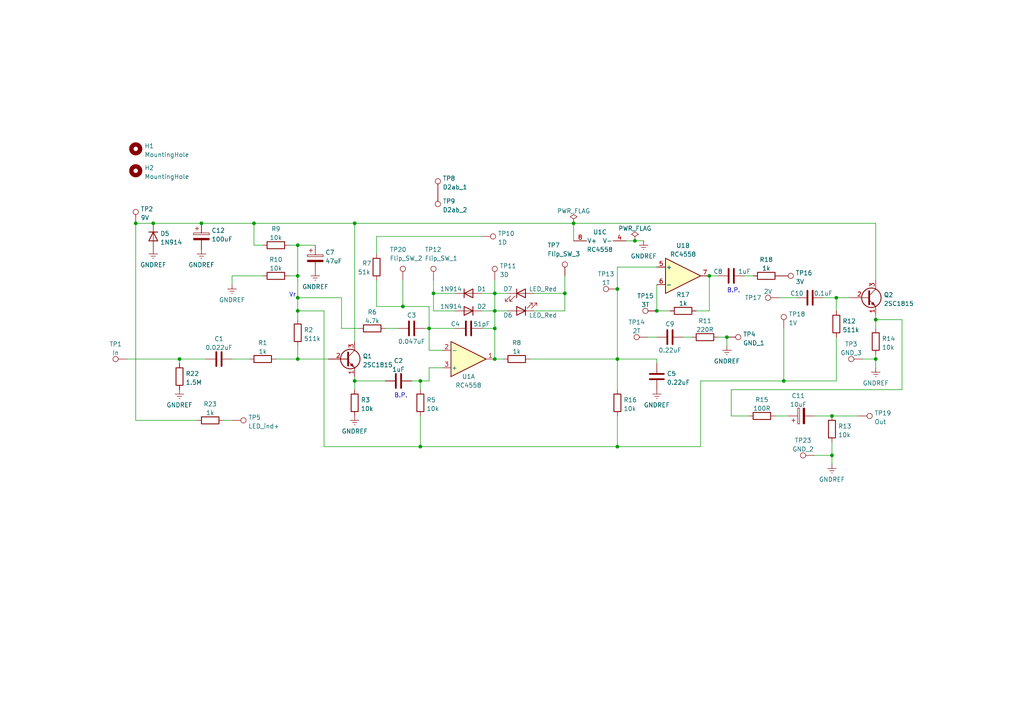
<source format=kicad_sch>
(kicad_sch (version 20231120) (generator "eeschema") (generator_version "8.0")
  (paper "A4")
  (lib_symbols
    (symbol "Amplifier_Operational:RC4558" (pin_names (offset 0.127))
      (property "Reference" "U" (at 0 5.08 0))
      (property "Value" "RC4558" (at 0 -5.08 0))
      (symbol "RC4558_1_1"
        (polyline (pts (xy -5.08 5.08) (xy 5.08 0) (xy -5.08 -5.08) (xy -5.08 5.08)) (stroke (width 0.254)) (fill (type background)))
        (pin output line (at 7.62 0 180) (length 2.54) (name "~") (number "1"))
        (pin input line (at -7.62 -2.54 0) (length 2.54) (name "-") (number "2"))
        (pin input line (at -7.62 2.54 0) (length 2.54) (name "+") (number "3"))
      )
      (symbol "RC4558_2_1"
        (polyline (pts (xy -5.08 5.08) (xy 5.08 0) (xy -5.08 -5.08) (xy -5.08 5.08)) (stroke (width 0.254)) (fill (type background)))
        (pin input line (at -7.62 2.54 0) (length 2.54) (name "+") (number "5"))
        (pin input line (at -7.62 -2.54 0) (length 2.54) (name "-") (number "6"))
        (pin output line (at 7.62 0 180) (length 2.54) (name "~") (number "7"))
      )
      (symbol "RC4558_3_1"
        (pin power_in line (at -2.54 -7.62 90) (length 3.81) (name "V-") (number "4"))
        (pin power_in line (at -2.54 7.62 270) (length 3.81) (name "V+") (number "8"))
      )
    )
    (symbol "Connector:TestPoint" (pin_numbers hide) (pin_names (offset 0.762) hide)
      (property "Reference" "TP" (at 0 6.858 0))
      (property "Value" "TestPoint" (at 0 5.08 0))
      (symbol "TestPoint_0_1"
        (circle (center 0 3.302) (radius 0.762))
      )
      (symbol "TestPoint_1_1"
        (pin passive line (at 0 0 90) (length 2.54) (name "1") (number "1"))
      )
    )
    (symbol "Device:C" (pin_numbers hide) (pin_names (offset 0.254))
      (property "Reference" "C" (at 0.635 2.54 0))
      (property "Value" "C" (at 0.635 -2.54 0))
      (symbol "C_0_1"
        (polyline (pts (xy -2.032 -0.762) (xy 2.032 -0.762)) (stroke (width 0.508)))
        (polyline (pts (xy -2.032 0.762) (xy 2.032 0.762)) (stroke (width 0.508)))
      )
      (symbol "C_1_1"
        (pin passive line (at 0 3.81 270) (length 2.794) (name "~") (number "1"))
        (pin passive line (at 0 -3.81 90) (length 2.794) (name "~") (number "2"))
      )
    )
    (symbol "Device:C_Polarized" (pin_numbers hide) (pin_names (offset 0.254))
      (property "Reference" "C" (at 0.635 2.54 0))
      (property "Value" "C_Polarized" (at 0.635 -2.54 0))
      (symbol "C_Polarized_0_1"
        (rectangle (start -2.286 0.508) (end 2.286 1.016))
        (polyline (pts (xy -1.778 2.286) (xy -0.762 2.286)))
        (polyline (pts (xy -1.27 2.794) (xy -1.27 1.778)))
        (rectangle (start 2.286 -0.508) (end -2.286 -1.016) (fill (type outline)))
      )
      (symbol "C_Polarized_1_1"
        (pin passive line (at 0 3.81 270) (length 2.794) (name "~") (number "1"))
        (pin passive line (at 0 -3.81 90) (length 2.794) (name "~") (number "2"))
      )
    )
    (symbol "Device:LED" (pin_numbers hide) (pin_names (offset 1.016) hide)
      (property "Reference" "D" (at 0 2.54 0))
      (property "Value" "LED" (at 0 -2.54 0))
      (symbol "LED_0_1"
        (polyline (pts (xy -1.27 -1.27) (xy -1.27 1.27)) (stroke (width 0.254)))
        (polyline (pts (xy -1.27 0) (xy 1.27 0)))
        (polyline (pts (xy 1.27 -1.27) (xy 1.27 1.27) (xy -1.27 0) (xy 1.27 -1.27)) (stroke (width 0.254)))
        (polyline (pts (xy -3.048 -0.762) (xy -4.572 -2.286) (xy -3.81 -2.286) (xy -4.572 -2.286) (xy -4.572 -1.524)))
        (polyline (pts (xy -1.778 -0.762) (xy -3.302 -2.286) (xy -2.54 -2.286) (xy -3.302 -2.286) (xy -3.302 -1.524)))
      )
      (symbol "LED_1_1"
        (pin passive line (at -3.81 0 0) (length 2.54) (name "K") (number "1"))
        (pin passive line (at 3.81 0 180) (length 2.54) (name "A") (number "2"))
      )
    )
    (symbol "Device:R" (pin_numbers hide) (pin_names (offset 0))
      (property "Reference" "R" (at 2.032 0 90))
      (property "Value" "R" (at 0 0 90))
      (symbol "R_0_1"
        (rectangle (start -1.016 -2.54) (end 1.016 2.54) (stroke (width 0.254)))
      )
      (symbol "R_1_1"
        (pin passive line (at 0 3.81 270) (length 1.27) (name "~") (number "1"))
        (pin passive line (at 0 -3.81 90) (length 1.27) (name "~") (number "2"))
      )
    )
    (symbol "Diode:1N914" (pin_numbers hide) (pin_names (offset 1.016) hide)
      (property "Reference" "D" (at 0 2.54 0))
      (property "Value" "1N914" (at 0 -2.54 0))
      (symbol "1N914_0_1"
        (polyline (pts (xy -1.27 1.27) (xy -1.27 -1.27)) (stroke (width 0.254)))
        (polyline (pts (xy 1.27 0) (xy -1.27 0)))
        (polyline (pts (xy 1.27 1.27) (xy 1.27 -1.27) (xy -1.27 0) (xy 1.27 1.27)) (stroke (width 0.254)))
      )
      (symbol "1N914_1_1"
        (pin passive line (at -3.81 0 0) (length 2.54) (name "K") (number "1"))
        (pin passive line (at 3.81 0 180) (length 2.54) (name "A") (number "2"))
      )
    )
    (symbol "Mechanical:MountingHole" (pin_names (offset 1.016))
      (property "Reference" "H" (at 0 5.08 0))
      (property "Value" "MountingHole" (at 0 3.175 0))
      (symbol "MountingHole_0_1"
        (circle (center 0 0) (radius 1.27) (stroke (width 1.27)))
      )
    )
    (symbol "Transistor_BJT:2N3904" (pin_names (offset 0) hide)
      (property "Reference" "Q" (at 5.08 1.905 0))
      (property "Value" "2N3904" (at 5.08 0 0))
      (symbol "2N3904_0_1"
        (polyline (pts (xy 0.635 0.635) (xy 2.54 2.54)))
        (polyline (pts (xy 0.635 -0.635) (xy 2.54 -2.54) (xy 2.54 -2.54)))
        (polyline (pts (xy 0.635 1.905) (xy 0.635 -1.905) (xy 0.635 -1.905)) (stroke (width 0.508)))
        (polyline (pts (xy 1.27 -1.778) (xy 1.778 -1.27) (xy 2.286 -2.286) (xy 1.27 -1.778) (xy 1.27 -1.778)) (fill (type outline)))
        (circle (center 1.27 0) (radius 2.8194) (stroke (width 0.254)))
      )
      (symbol "2N3904_1_1"
        (pin passive line (at 2.54 -5.08 90) (length 2.54) (name "E") (number "1"))
        (pin passive line (at -5.08 0 0) (length 5.715) (name "B") (number "2"))
        (pin passive line (at 2.54 5.08 270) (length 2.54) (name "C") (number "3"))
      )
    )
    (symbol "power:GNDREF" (power) (pin_names (offset 0))
      (property "Value" "GNDREF" (at 0 -3.81 0))
      (symbol "GNDREF_0_1"
        (polyline (pts (xy -0.635 -1.905) (xy 0.635 -1.905)))
        (polyline (pts (xy -0.127 -2.54) (xy 0.127 -2.54)))
        (polyline (pts (xy 0 -1.27) (xy 0 0)))
        (polyline (pts (xy 1.27 -1.27) (xy -1.27 -1.27)))
      )
      (symbol "GNDREF_1_1"
        (pin power_in line (at 0 0 270) (length 0) hide (name "GNDREF") (number "1"))
      )
    )
    (symbol "power:PWR_FLAG" (power) (pin_numbers hide) (pin_names (offset 0) hide)
      (property "Value" "PWR_FLAG" (at 0 3.81 0))
      (symbol "PWR_FLAG_0_0"
        (pin power_out line (at 0 0 90) (length 0) (name "pwr") (number "1"))
      )
      (symbol "PWR_FLAG_0_1"
        (polyline (pts (xy 0 0) (xy 0 1.27) (xy -1.016 1.905) (xy 0 2.54) (xy 1.016 1.905) (xy 0 1.27)))
      )
    )
  )
  (junction (at 163.83 85.09))
  (junction (at 86.36 90.17))
  (junction (at 179.07 104.14))
  (junction (at 73.66 64.77))
  (junction (at 86.36 86.36))
  (junction (at 102.87 110.49))
  (junction (at 210.82 97.79))
  (junction (at 39.37 64.77))
  (junction (at 254 92.71))
  (junction (at 205.74 80.01))
  (junction (at 166.37 64.77))
  (junction (at 179.07 83.82))
  (junction (at 125.73 85.09))
  (junction (at 242.57 86.36))
  (junction (at 121.92 110.49))
  (junction (at 241.3 120.65))
  (junction (at 102.87 64.77))
  (junction (at 227.33 110.49))
  (junction (at 190.5 90.17))
  (junction (at 44.45 64.77))
  (junction (at 143.51 95.25))
  (junction (at 52.07 104.14))
  (junction (at 254 104.14))
  (junction (at 116.84 88.9))
  (junction (at 143.51 104.14))
  (junction (at 86.36 104.14))
  (junction (at 58.42 64.77))
  (junction (at 86.36 80.01))
  (junction (at 143.51 85.09))
  (junction (at 121.92 129.54))
  (junction (at 143.51 90.17))
  (junction (at 241.3 132.08))
  (junction (at 86.36 71.12))
  (junction (at 184.15 69.85))
  (junction (at 179.07 129.54))
  (junction (at 124.46 95.25))
  (wire (pts (xy 44.45 64.77) (xy 58.42 64.77)))
  (wire (pts (xy 125.73 81.28) (xy 125.73 85.09)))
  (wire (pts (xy 236.22 120.65) (xy 241.3 120.65)))
  (wire (pts (xy 123.19 95.25) (xy 124.46 95.25)))
  (wire (pts (xy 203.2 110.49) (xy 227.33 110.49)))
  (wire (pts (xy 143.51 104.14) (xy 146.05 104.14)))
  (wire (pts (xy 190.5 90.17) (xy 194.31 90.17)))
  (wire (pts (xy 226.06 86.36) (xy 231.14 86.36)))
  (wire (pts (xy 242.57 97.79) (xy 242.57 110.49)))
  (wire (pts (xy 163.83 85.09) (xy 154.94 85.09)))
  (wire (pts (xy 86.36 90.17) (xy 93.98 90.17)))
  (wire (pts (xy 210.82 97.79) (xy 208.28 97.79)))
  (wire (pts (xy 143.51 90.17) (xy 139.7 90.17)))
  (wire (pts (xy 124.46 88.9) (xy 124.46 95.25)))
  (wire (pts (xy 203.2 110.49) (xy 203.2 129.54)))
  (wire (pts (xy 143.51 85.09) (xy 147.32 85.09)))
  (wire (pts (xy 124.46 110.49) (xy 124.46 106.68)))
  (wire (pts (xy 163.83 80.01) (xy 163.83 85.09)))
  (wire (pts (xy 190.5 104.14) (xy 179.07 104.14)))
  (wire (pts (xy 212.09 113.03) (xy 212.09 120.65)))
  (wire (pts (xy 121.92 129.54) (xy 179.07 129.54)))
  (wire (pts (xy 254 106.68) (xy 254 104.14)))
  (wire (pts (xy 242.57 86.36) (xy 242.57 90.17)))
  (wire (pts (xy 186.69 69.85) (xy 184.15 69.85)))
  (wire (pts (xy 215.9 80.01) (xy 218.44 80.01)))
  (wire (pts (xy 67.31 80.01) (xy 67.31 82.55)))
  (wire (pts (xy 80.01 104.14) (xy 86.36 104.14)))
  (wire (pts (xy 227.33 95.25) (xy 227.33 110.49)))
  (wire (pts (xy 212.09 120.65) (xy 217.17 120.65)))
  (wire (pts (xy 143.51 95.25) (xy 143.51 90.17)))
  (wire (pts (xy 190.5 82.55) (xy 190.5 90.17)))
  (wire (pts (xy 99.06 86.36) (xy 99.06 95.25)))
  (wire (pts (xy 119.38 110.49) (xy 121.92 110.49)))
  (wire (pts (xy 86.36 86.36) (xy 99.06 86.36)))
  (wire (pts (xy 52.07 104.14) (xy 59.69 104.14)))
  (wire (pts (xy 139.7 85.09) (xy 143.51 85.09)))
  (wire (pts (xy 39.37 64.77) (xy 44.45 64.77)))
  (wire (pts (xy 254 104.14) (xy 254 102.87)))
  (wire (pts (xy 116.84 88.9) (xy 124.46 88.9)))
  (wire (pts (xy 261.62 92.71) (xy 261.62 113.03)))
  (wire (pts (xy 143.51 90.17) (xy 147.32 90.17)))
  (wire (pts (xy 93.98 90.17) (xy 93.98 129.54)))
  (wire (pts (xy 248.92 120.65) (xy 241.3 120.65)))
  (wire (pts (xy 121.92 110.49) (xy 124.46 110.49)))
  (wire (pts (xy 124.46 95.25) (xy 132.08 95.25)))
  (wire (pts (xy 166.37 64.77) (xy 254 64.77)))
  (wire (pts (xy 179.07 120.65) (xy 179.07 129.54)))
  (wire (pts (xy 93.98 129.54) (xy 121.92 129.54)))
  (wire (pts (xy 143.51 81.28) (xy 143.51 85.09)))
  (wire (pts (xy 86.36 100.33) (xy 86.36 104.14)))
  (wire (pts (xy 102.87 110.49) (xy 111.76 110.49)))
  (wire (pts (xy 121.92 129.54) (xy 121.92 120.65)))
  (wire (pts (xy 250.19 104.14) (xy 254 104.14)))
  (wire (pts (xy 238.76 86.36) (xy 242.57 86.36)))
  (wire (pts (xy 261.62 113.03) (xy 212.09 113.03)))
  (wire (pts (xy 198.12 97.79) (xy 200.66 97.79)))
  (wire (pts (xy 163.83 90.17) (xy 154.94 90.17)))
  (wire (pts (xy 254 81.28) (xy 254 64.77)))
  (wire (pts (xy 210.82 100.33) (xy 210.82 97.79)))
  (wire (pts (xy 86.36 71.12) (xy 91.44 71.12)))
  (wire (pts (xy 102.87 109.22) (xy 102.87 110.49)))
  (wire (pts (xy 52.07 105.41) (xy 52.07 104.14)))
  (wire (pts (xy 166.37 64.77) (xy 166.37 69.85)))
  (wire (pts (xy 125.73 90.17) (xy 132.08 90.17)))
  (wire (pts (xy 86.36 86.36) (xy 86.36 90.17)))
  (wire (pts (xy 116.84 88.9) (xy 109.22 88.9)))
  (wire (pts (xy 102.87 64.77) (xy 166.37 64.77)))
  (wire (pts (xy 67.31 104.14) (xy 72.39 104.14)))
  (wire (pts (xy 179.07 104.14) (xy 179.07 83.82)))
  (wire (pts (xy 181.61 69.85) (xy 184.15 69.85)))
  (wire (pts (xy 179.07 77.47) (xy 190.5 77.47)))
  (wire (pts (xy 227.33 110.49) (xy 242.57 110.49)))
  (wire (pts (xy 241.3 132.08) (xy 241.3 128.27)))
  (wire (pts (xy 254 92.71) (xy 254 95.25)))
  (wire (pts (xy 224.79 120.65) (xy 228.6 120.65)))
  (wire (pts (xy 242.57 86.36) (xy 246.38 86.36)))
  (wire (pts (xy 64.77 121.92) (xy 67.31 121.92)))
  (wire (pts (xy 86.36 90.17) (xy 86.36 92.71)))
  (wire (pts (xy 95.25 104.14) (xy 86.36 104.14)))
  (wire (pts (xy 83.82 80.01) (xy 86.36 80.01)))
  (wire (pts (xy 124.46 101.6) (xy 128.27 101.6)))
  (wire (pts (xy 73.66 71.12) (xy 76.2 71.12)))
  (wire (pts (xy 111.76 95.25) (xy 115.57 95.25)))
  (wire (pts (xy 86.36 80.01) (xy 86.36 71.12)))
  (wire (pts (xy 143.51 104.14) (xy 143.51 95.25)))
  (wire (pts (xy 179.07 113.03) (xy 179.07 104.14)))
  (wire (pts (xy 205.74 90.17) (xy 205.74 80.01)))
  (wire (pts (xy 139.7 95.25) (xy 143.51 95.25)))
  (wire (pts (xy 39.37 121.92) (xy 57.15 121.92)))
  (wire (pts (xy 109.22 88.9) (xy 109.22 81.28)))
  (wire (pts (xy 254 92.71) (xy 261.62 92.71)))
  (wire (pts (xy 83.82 71.12) (xy 86.36 71.12)))
  (wire (pts (xy 76.2 80.01) (xy 67.31 80.01)))
  (wire (pts (xy 236.22 132.08) (xy 241.3 132.08)))
  (wire (pts (xy 116.84 81.28) (xy 116.84 88.9)))
  (wire (pts (xy 163.83 85.09) (xy 163.83 90.17)))
  (wire (pts (xy 190.5 105.41) (xy 190.5 104.14)))
  (wire (pts (xy 124.46 106.68) (xy 128.27 106.68)))
  (wire (pts (xy 187.96 97.79) (xy 190.5 97.79)))
  (wire (pts (xy 58.42 64.77) (xy 73.66 64.77)))
  (wire (pts (xy 86.36 80.01) (xy 86.36 86.36)))
  (wire (pts (xy 241.3 134.62) (xy 241.3 132.08)))
  (wire (pts (xy 39.37 121.92) (xy 39.37 64.77)))
  (wire (pts (xy 109.22 68.58) (xy 139.7 68.58)))
  (wire (pts (xy 109.22 73.66) (xy 109.22 68.58)))
  (wire (pts (xy 102.87 64.77) (xy 102.87 99.06)))
  (wire (pts (xy 153.67 104.14) (xy 179.07 104.14)))
  (wire (pts (xy 201.93 90.17) (xy 205.74 90.17)))
  (wire (pts (xy 102.87 110.49) (xy 102.87 113.03)))
  (wire (pts (xy 36.83 104.14) (xy 52.07 104.14)))
  (wire (pts (xy 73.66 64.77) (xy 102.87 64.77)))
  (wire (pts (xy 125.73 90.17) (xy 125.73 85.09)))
  (wire (pts (xy 254 91.44) (xy 254 92.71)))
  (wire (pts (xy 121.92 110.49) (xy 121.92 113.03)))
  (wire (pts (xy 99.06 95.25) (xy 104.14 95.25)))
  (wire (pts (xy 143.51 90.17) (xy 143.51 85.09)))
  (wire (pts (xy 73.66 64.77) (xy 73.66 71.12)))
  (wire (pts (xy 203.2 129.54) (xy 179.07 129.54)))
  (wire (pts (xy 124.46 95.25) (xy 124.46 101.6)))
  (wire (pts (xy 179.07 83.82) (xy 179.07 77.47)))
  (wire (pts (xy 205.74 80.01) (xy 208.28 80.01)))
  (wire (pts (xy 125.73 85.09) (xy 132.08 85.09)))
  (text "B.P." (at 114.3 115.57 0) (effects (font (size 1.27 1.27)) (justify left bottom)))
  (text "B.P." (at 210.82 85.09 0) (effects (font (size 1.27 1.27)) (justify left bottom)))
  (text "Vr" (at 83.82 86.36 0) (effects (font (size 1.27 1.27)) (justify left bottom)))
  (symbol (lib_id "Device:R") (at 80.01 71.12 90) (unit 1)
    (property "Reference" "R9" (at 80.01 66.4042 90))
    (property "Value" "10k" (at 80.01 68.9411 90))
    (property "Footprint" "Resistor_THT:R_Axial_DIN0207_L6.3mm_D2.5mm_P7.62mm_Horizontal" (effects (hide yes)))
  )
  (symbol (lib_id "Connector:TestPoint") (at 36.83 104.14 90) (unit 1)
    (property "Reference" "TP1" (at 33.528 99.8052 90))
    (property "Value" "In" (at 33.528 102.3421 90))
    (property "Footprint" "TestPoint:TestPoint_THTPad_D2.0mm_Drill1.0mm" (effects (hide yes)))
  )
  (symbol (lib_id "Device:C") (at 190.5 109.22 180) (unit 1)
    (property "Reference" "C5" (at 193.421 108.3853 0) (effects (justify right)))
    (property "Value" "0.22uF" (at 193.421 110.9222 0) (effects (justify right)))
    (property "Footprint" "Capacitor_THT:C_Rect_L7.2mm_W2.5mm_P5.00mm_FKS2_FKP2_MKS2_MKP2" (effects (hide yes)))
  )
  (symbol (lib_id "Amplifier_Operational:RC4558") (at 173.99 72.39 90) (mirror x) (unit 3)
    (property "Reference" "U1" (at 173.99 67.31 90))
    (property "Value" "RC4558" (at 173.99 72.39 90))
    (property "Footprint" "Switches:RC4558P_PDIP_8" (effects (hide yes)))
    (property "Datasheet" "http://www.ti.com/lit/ds/symlink/rc4558.pdf" (effects (hide yes)))
  )
  (symbol (lib_id "Connector:TestPoint") (at 127 55.88 0) (unit 1)
    (property "Reference" "TP8" (at 128.397 51.7433 0) (effects (justify left)))
    (property "Value" "D2ab_1" (at 128.397 54.2802 0) (effects (justify left)))
    (property "Footprint" "TestPoint:TestPoint_THTPad_D2.0mm_Drill1.0mm" (effects (hide yes)))
  )
  (symbol (lib_id "Device:R") (at 80.01 80.01 90) (unit 1)
    (property "Reference" "R10" (at 80.01 75.2942 90))
    (property "Value" "10k" (at 80.01 77.8311 90))
    (property "Footprint" "Resistor_THT:R_Axial_DIN0207_L6.3mm_D2.5mm_P7.62mm_Horizontal" (effects (hide yes)))
  )
  (symbol (lib_id "Device:R") (at 204.47 97.79 90) (unit 1)
    (property "Reference" "R11" (at 204.47 93.0742 90))
    (property "Value" "220R" (at 204.47 95.6111 90))
    (property "Footprint" "Resistor_THT:R_Axial_DIN0207_L6.3mm_D2.5mm_P7.62mm_Horizontal" (effects (hide yes)))
  )
  (symbol (lib_id "Device:R") (at 60.96 121.92 270) (mirror x) (unit 1)
    (property "Reference" "R23" (at 60.96 117.2042 90))
    (property "Value" "1k" (at 60.96 119.7411 90))
    (property "Footprint" "Resistor_THT:R_Axial_DIN0207_L6.3mm_D2.5mm_P7.62mm_Horizontal" (effects (hide yes)))
  )
  (symbol (lib_id "power:GNDREF") (at 241.3 134.62 0) (unit 1)
    (property "Reference" "#PWR011" (effects (hide yes)))
    (property "Value" "GNDREF" (at 241.3 139.0634 0))
  )
  (symbol (lib_id "power:GNDREF") (at 91.44 78.74 0) (unit 1)
    (property "Reference" "#PWR06" (effects (hide yes)))
    (property "Value" "GNDREF" (at 91.44 83.1834 0))
  )
  (symbol (lib_id "Amplifier_Operational:RC4558") (at 135.89 104.14 0) (mirror x) (unit 1)
    (property "Reference" "U1" (at 135.89 109.22 0))
    (property "Value" "RC4558" (at 135.89 111.7569 0))
    (property "Footprint" "Switches:RC4558P_PDIP_8" (effects (hide yes)))
    (property "Datasheet" "http://www.ti.com/lit/ds/symlink/rc4558.pdf" (effects (hide yes)))
  )
  (symbol (lib_id "Connector:TestPoint") (at 125.73 81.28 0) (unit 1)
    (property "Reference" "TP12" (at 123.19 72.39 0) (effects (justify left)))
    (property "Value" "Flip_SW_1" (at 123.19 74.93 0) (effects (justify left)))
    (property "Footprint" "TestPoint:TestPoint_THTPad_D2.0mm_Drill1.0mm" (effects (hide yes)))
  )
  (symbol (lib_id "Connector:TestPoint") (at 190.5 90.17 90) (unit 1)
    (property "Reference" "TP15" (at 187.198 85.8352 90))
    (property "Value" "3T" (at 187.198 88.3721 90))
    (property "Footprint" "TestPoint:TestPoint_THTPad_D2.0mm_Drill1.0mm" (effects (hide yes)))
  )
  (symbol (lib_id "Device:R") (at 102.87 116.84 180) (unit 1)
    (property "Reference" "R3" (at 104.648 116.0053 0) (effects (justify right)))
    (property "Value" "10k" (at 104.648 118.5422 0) (effects (justify right)))
    (property "Footprint" "Resistor_THT:R_Axial_DIN0207_L6.3mm_D2.5mm_P7.62mm_Horizontal" (effects (hide yes)))
  )
  (symbol (lib_id "power:PWR_FLAG") (at 166.37 64.77 0) (unit 1)
    (property "Reference" "#FLG01" (effects (hide yes)))
    (property "Value" "PWR_FLAG" (at 166.37 61.1942 0))
  )
  (symbol (lib_id "Connector:TestPoint") (at 143.51 81.28 0) (unit 1)
    (property "Reference" "TP11" (at 144.907 77.1433 0) (effects (justify left)))
    (property "Value" "3D" (at 144.907 79.6802 0) (effects (justify left)))
    (property "Footprint" "TestPoint:TestPoint_THTPad_D2.0mm_Drill1.0mm" (effects (hide yes)))
  )
  (symbol (lib_id "power:GNDREF") (at 210.82 100.33 0) (unit 1)
    (property "Reference" "#PWR010" (effects (hide yes)))
    (property "Value" "GNDREF" (at 210.82 104.7734 0))
  )
  (symbol (lib_id "Mechanical:MountingHole") (at 39.37 49.53 0) (unit 1)
    (property "Reference" "H2" (at 41.91 48.6953 0) (effects (justify left)))
    (property "Value" "MountingHole" (at 41.91 51.2322 0) (effects (justify left)))
    (property "Footprint" "MountingHole:MountingHole_4mm" (effects (hide yes)))
  )
  (symbol (lib_id "power:GNDREF") (at 52.07 113.03 0) (unit 1)
    (property "Reference" "#PWR02" (effects (hide yes)))
    (property "Value" "GNDREF" (at 52.07 117.4734 0))
  )
  (symbol (lib_id "Device:R") (at 198.12 90.17 90) (unit 1)
    (property "Reference" "R17" (at 198.12 85.4542 90))
    (property "Value" "1k" (at 198.12 87.9911 90))
    (property "Footprint" "Resistor_THT:R_Axial_DIN0207_L6.3mm_D2.5mm_P7.62mm_Horizontal" (effects (hide yes)))
  )
  (symbol (lib_id "power:GNDREF") (at 254 106.68 0) (unit 1)
    (property "Reference" "#PWR012" (effects (hide yes)))
    (property "Value" "GNDREF" (at 254 111.1234 0))
  )
  (symbol (lib_id "Connector:TestPoint") (at 227.33 95.25 0) (unit 1)
    (property "Reference" "TP18" (at 228.727 91.1133 0) (effects (justify left)))
    (property "Value" "1V" (at 228.727 93.6502 0) (effects (justify left)))
    (property "Footprint" "TestPoint:TestPoint_THTPad_D2.0mm_Drill1.0mm" (effects (hide yes)))
  )
  (symbol (lib_id "Connector:TestPoint") (at 248.92 120.65 270) (unit 1)
    (property "Reference" "TP19" (at 253.619 119.8153 90) (effects (justify left)))
    (property "Value" "Out" (at 253.619 122.3522 90) (effects (justify left)))
    (property "Footprint" "TestPoint:TestPoint_THTPad_D2.0mm_Drill1.0mm" (effects (hide yes)))
  )
  (symbol (lib_id "Connector:TestPoint") (at 187.96 97.79 90) (unit 1)
    (property "Reference" "TP14" (at 184.658 93.4552 90))
    (property "Value" "2T" (at 184.658 95.9921 90))
    (property "Footprint" "TestPoint:TestPoint_THTPad_D2.0mm_Drill1.0mm" (effects (hide yes)))
  )
  (symbol (lib_id "Device:C_Polarized") (at 58.42 68.58 0) (unit 1)
    (property "Reference" "C12" (at 61.341 66.8563 0) (effects (justify left)))
    (property "Value" "100uF" (at 61.341 69.3932 0) (effects (justify left)))
    (property "Footprint" "Capacitor_THT:CP_Radial_D6.3mm_P2.50mm" (effects (hide yes)))
  )
  (symbol (lib_id "Transistor_BJT:2N3904") (at 251.46 86.36 0) (unit 1)
    (property "Reference" "Q2" (at 256.3114 85.5253 0) (effects (justify left)))
    (property "Value" "2SC1815" (at 256.3114 88.0622 0) (effects (justify left)))
    (property "Footprint" "Package_TO_SOT_THT:TO-92_Inline_Wide" (effects (hide yes)))
    (property "Datasheet" "https://www.onsemi.com/pub/Collateral/2N3903-D.PDF" (effects (hide yes)))
  )
  (symbol (lib_id "power:GNDREF") (at 186.69 69.85 0) (unit 1)
    (property "Reference" "#PWR08" (effects (hide yes)))
    (property "Value" "GNDREF" (at 186.69 74.2934 0))
  )
  (symbol (lib_id "Connector:TestPoint") (at 226.06 86.36 90) (unit 1)
    (property "Reference" "TP17" (at 218.44 86.36 90))
    (property "Value" "2V" (at 222.758 84.5621 90))
    (property "Footprint" "TestPoint:TestPoint_THTPad_D2.0mm_Drill1.0mm" (effects (hide yes)))
  )
  (symbol (lib_id "Connector:TestPoint") (at 39.37 64.77 0) (unit 1)
    (property "Reference" "TP2" (at 40.767 60.6333 0) (effects (justify left)))
    (property "Value" "9V" (at 40.767 63.1702 0) (effects (justify left)))
    (property "Footprint" "TestPoint:TestPoint_THTPad_D2.0mm_Drill1.0mm" (effects (hide yes)))
  )
  (symbol (lib_id "Connector:TestPoint") (at 67.31 121.92 270) (unit 1)
    (property "Reference" "TP5" (at 72.009 121.0853 90) (effects (justify left)))
    (property "Value" "LED_ind+" (at 72.009 123.6222 90) (effects (justify left)))
    (property "Footprint" "TestPoint:TestPoint_THTPad_D2.0mm_Drill1.0mm" (effects (hide yes)))
  )
  (symbol (lib_id "Device:C") (at 234.95 86.36 90) (unit 1)
    (property "Reference" "C10" (at 231.14 85.09 90))
    (property "Value" "0.1uF" (at 238.76 85.09 90))
    (property "Footprint" "Capacitor_THT:C_Rect_L7.2mm_W2.5mm_P5.00mm_FKS2_FKP2_MKS2_MKP2" (effects (hide yes)))
  )
  (symbol (lib_id "Device:R") (at 76.2 104.14 90) (unit 1)
    (property "Reference" "R1" (at 76.2 99.4242 90))
    (property "Value" "1k" (at 76.2 101.9611 90))
    (property "Footprint" "Resistor_THT:R_Axial_DIN0207_L6.3mm_D2.5mm_P7.62mm_Horizontal" (effects (hide yes)))
  )
  (symbol (lib_id "Connector:TestPoint") (at 226.06 80.01 270) (unit 1)
    (property "Reference" "TP16" (at 230.759 79.1753 90) (effects (justify left)))
    (property "Value" "3V" (at 230.759 81.7122 90) (effects (justify left)))
    (property "Footprint" "TestPoint:TestPoint_THTPad_D2.0mm_Drill1.0mm" (effects (hide yes)))
  )
  (symbol (lib_id "Connector:TestPoint") (at 179.07 83.82 90) (unit 1)
    (property "Reference" "TP13" (at 175.768 79.4852 90))
    (property "Value" "1T" (at 175.768 82.0221 90))
    (property "Footprint" "TestPoint:TestPoint_THTPad_D2.0mm_Drill1.0mm" (effects (hide yes)))
  )
  (symbol (lib_id "Device:R") (at 222.25 80.01 90) (unit 1)
    (property "Reference" "R18" (at 222.25 75.2942 90))
    (property "Value" "1k" (at 222.25 77.8311 90))
    (property "Footprint" "Resistor_THT:R_Axial_DIN0207_L6.3mm_D2.5mm_P7.62mm_Horizontal" (effects (hide yes)))
  )
  (symbol (lib_id "Device:R") (at 86.36 96.52 180) (unit 1)
    (property "Reference" "R2" (at 88.138 95.6853 0) (effects (justify right)))
    (property "Value" "511k" (at 88.138 98.2222 0) (effects (justify right)))
    (property "Footprint" "Resistor_THT:R_Axial_DIN0207_L6.3mm_D2.5mm_P7.62mm_Horizontal" (effects (hide yes)))
  )
  (symbol (lib_id "Device:C_Polarized") (at 232.41 120.65 90) (unit 1)
    (property "Reference" "C11" (at 231.521 114.7912 90))
    (property "Value" "10uF" (at 231.521 117.3281 90))
    (property "Footprint" "Capacitor_THT:CP_Radial_D5.0mm_P2.00mm" (effects (hide yes)))
  )
  (symbol (lib_id "Connector:TestPoint") (at 139.7 68.58 270) (unit 1)
    (property "Reference" "TP10" (at 144.399 67.7453 90) (effects (justify left)))
    (property "Value" "1D" (at 144.399 70.2822 90) (effects (justify left)))
    (property "Footprint" "TestPoint:TestPoint_THTPad_D2.0mm_Drill1.0mm" (effects (hide yes)))
  )
  (symbol (lib_id "Device:R") (at 149.86 104.14 90) (unit 1)
    (property "Reference" "R8" (at 149.86 99.4242 90))
    (property "Value" "1k" (at 149.86 101.9611 90))
    (property "Footprint" "Resistor_THT:R_Axial_DIN0207_L6.3mm_D2.5mm_P7.62mm_Horizontal" (effects (hide yes)))
  )
  (symbol (lib_id "Connector:TestPoint") (at 236.22 132.08 90) (unit 1)
    (property "Reference" "TP23" (at 232.918 127.7452 90))
    (property "Value" "GND_2" (at 232.918 130.2821 90))
    (property "Footprint" "TestPoint:TestPoint_THTPad_D2.0mm_Drill1.0mm" (effects (hide yes)))
  )
  (symbol (lib_id "Device:R") (at 109.22 77.47 180) (unit 1)
    (property "Reference" "R7" (at 105.0409 76.3923 0) (effects (justify right)))
    (property "Value" "51k" (at 103.7709 78.9323 0) (effects (justify right)))
    (property "Footprint" "Resistor_THT:R_Axial_DIN0207_L6.3mm_D2.5mm_P7.62mm_Horizontal" (effects (hide yes)))
  )
  (symbol (lib_id "Mechanical:MountingHole") (at 39.37 43.18 0) (unit 1)
    (property "Reference" "H1" (at 41.91 42.3453 0) (effects (justify left)))
    (property "Value" "MountingHole" (at 41.91 44.8822 0) (effects (justify left)))
    (property "Footprint" "MountingHole:MountingHole_4mm" (effects (hide yes)))
  )
  (symbol (lib_id "Device:C") (at 212.09 80.01 90) (unit 1)
    (property "Reference" "C8" (at 208.28 78.74 90))
    (property "Value" "1uF" (at 215.9 78.74 90))
    (property "Footprint" "Capacitor_THT:C_Rect_L7.2mm_W5.5mm_P5.00mm_FKS2_FKP2_MKS2_MKP2" (effects (hide yes)))
  )
  (symbol (lib_id "Device:R") (at 121.92 116.84 180) (unit 1)
    (property "Reference" "R5" (at 123.698 116.0053 0) (effects (justify right)))
    (property "Value" "10k" (at 123.698 118.5422 0) (effects (justify right)))
    (property "Footprint" "Resistor_THT:R_Axial_DIN0207_L6.3mm_D2.5mm_P7.62mm_Horizontal" (effects (hide yes)))
  )
  (symbol (lib_id "Device:C") (at 135.89 95.25 90) (unit 1)
    (property "Reference" "C4" (at 132.08 93.98 90))
    (property "Value" "51pF" (at 139.7 93.98 90))
    (property "Footprint" "Capacitor_THT:C_Disc_D5.1mm_W3.2mm_P5.00mm" (effects (hide yes)))
  )
  (symbol (lib_id "Device:C") (at 119.38 95.25 90) (unit 1)
    (property "Reference" "C3" (at 119.38 91.44 90))
    (property "Value" "0.047uF" (at 119.38 99.06 90))
    (property "Footprint" "Capacitor_THT:C_Rect_L7.2mm_W2.5mm_P5.00mm_FKS2_FKP2_MKS2_MKP2" (effects (hide yes)))
  )
  (symbol (lib_id "Connector:TestPoint") (at 116.84 81.28 0) (unit 1)
    (property "Reference" "TP20" (at 113.03 72.39 0) (effects (justify left)))
    (property "Value" "Flip_SW_2" (at 113.03 74.93 0) (effects (justify left)))
    (property "Footprint" "TestPoint:TestPoint_THTPad_D2.0mm_Drill1.0mm" (effects (hide yes)))
  )
  (symbol (lib_id "Device:LED") (at 151.13 85.09 0) (unit 1)
    (property "Reference" "D7" (at 147.32 83.82 0))
    (property "Value" "LED_Red" (at 157.48 83.82 0))
    (property "Footprint" "LED_THT:LED_D3.0mm" (effects (hide yes)))
  )
  (symbol (lib_id "power:GNDREF") (at 190.5 113.03 0) (unit 1)
    (property "Reference" "#PWR09" (effects (hide yes)))
    (property "Value" "GNDREF" (at 190.5 117.4734 0))
  )
  (symbol (lib_id "Device:R") (at 241.3 124.46 180) (unit 1)
    (property "Reference" "R13" (at 243.078 123.6253 0) (effects (justify right)))
    (property "Value" "10k" (at 243.078 126.1622 0) (effects (justify right)))
    (property "Footprint" "Resistor_THT:R_Axial_DIN0207_L6.3mm_D2.5mm_P7.62mm_Horizontal" (effects (hide yes)))
  )
  (symbol (lib_id "Device:R") (at 52.07 109.22 180) (unit 1)
    (property "Reference" "R22" (at 53.848 108.3853 0) (effects (justify right)))
    (property "Value" "1.5M" (at 53.848 110.9222 0) (effects (justify right)))
    (property "Footprint" "Resistor_THT:R_Axial_DIN0207_L6.3mm_D2.5mm_P7.62mm_Horizontal" (effects (hide yes)))
  )
  (symbol (lib_id "Diode:1N914") (at 44.45 68.58 270) (unit 1)
    (property "Reference" "D5" (at 46.482 67.7453 90) (effects (justify left)))
    (property "Value" "1N914" (at 46.482 70.2822 90) (effects (justify left)))
    (property "Footprint" "Diode_THT:D_DO-35_SOD27_P7.62mm_Horizontal" (effects (hide yes)))
    (property "Datasheet" "http://www.vishay.com/docs/85622/1n914.pdf" (effects (hide yes)))
  )
  (symbol (lib_id "Diode:1N914") (at 135.89 85.09 0) (unit 1)
    (property "Reference" "D1" (at 139.7 83.82 0))
    (property "Value" "1N914" (at 130.81 83.82 0))
    (property "Footprint" "Diode_THT:D_DO-35_SOD27_P7.62mm_Horizontal" (effects (hide yes)))
    (property "Datasheet" "http://www.vishay.com/docs/85622/1n914.pdf" (effects (hide yes)))
  )
  (symbol (lib_id "Transistor_BJT:2N3904") (at 100.33 104.14 0) (unit 1)
    (property "Reference" "Q1" (at 105.1814 103.3053 0) (effects (justify left)))
    (property "Value" "2SC1815" (at 105.1814 105.8422 0) (effects (justify left)))
    (property "Footprint" "Package_TO_SOT_THT:TO-92_Inline_Wide" (effects (hide yes)))
    (property "Datasheet" "https://www.onsemi.com/pub/Collateral/2N3903-D.PDF" (effects (hide yes)))
  )
  (symbol (lib_id "Device:R") (at 254 99.06 180) (unit 1)
    (property "Reference" "R14" (at 255.778 98.2253 0) (effects (justify right)))
    (property "Value" "10k" (at 255.778 100.7622 0) (effects (justify right)))
    (property "Footprint" "Resistor_THT:R_Axial_DIN0207_L6.3mm_D2.5mm_P7.62mm_Horizontal" (effects (hide yes)))
  )
  (symbol (lib_id "Device:C_Polarized") (at 91.44 74.93 0) (unit 1)
    (property "Reference" "C7" (at 94.361 73.2063 0) (effects (justify left)))
    (property "Value" "47uF" (at 94.361 75.7432 0) (effects (justify left)))
    (property "Footprint" "Capacitor_THT:CP_Radial_D5.0mm_P2.00mm" (effects (hide yes)))
  )
  (symbol (lib_id "Device:R") (at 179.07 116.84 180) (unit 1)
    (property "Reference" "R16" (at 180.848 116.0053 0) (effects (justify right)))
    (property "Value" "10k" (at 180.848 118.5422 0) (effects (justify right)))
    (property "Footprint" "Resistor_THT:R_Axial_DIN0207_L6.3mm_D2.5mm_P7.62mm_Horizontal" (effects (hide yes)))
  )
  (symbol (lib_id "Device:C") (at 115.57 110.49 90) (unit 1)
    (property "Reference" "C2" (at 115.57 104.6312 90))
    (property "Value" "1uF" (at 115.57 107.1681 90))
    (property "Footprint" "Capacitor_THT:C_Rect_L7.2mm_W5.5mm_P5.00mm_FKS2_FKP2_MKS2_MKP2" (effects (hide yes)))
  )
  (symbol (lib_id "Connector:TestPoint") (at 163.83 80.01 0) (unit 1)
    (property "Reference" "TP7" (at 158.75 71.12 0) (effects (justify left)))
    (property "Value" "Flip_SW_3" (at 158.75 73.66 0) (effects (justify left)))
    (property "Footprint" "TestPoint:TestPoint_THTPad_D2.0mm_Drill1.0mm" (effects (hide yes)))
  )
  (symbol (lib_id "power:GNDREF") (at 44.45 72.39 0) (unit 1)
    (property "Reference" "#PWR01" (effects (hide yes)))
    (property "Value" "GNDREF" (at 44.45 76.8334 0))
  )
  (symbol (lib_id "power:PWR_FLAG") (at 184.15 69.85 0) (unit 1)
    (property "Reference" "#FLG0101" (effects (hide yes)))
    (property "Value" "PWR_FLAG" (at 184.15 66.2742 0))
  )
  (symbol (lib_id "Device:R") (at 242.57 93.98 180) (unit 1)
    (property "Reference" "R12" (at 244.348 93.1453 0) (effects (justify right)))
    (property "Value" "511k" (at 244.348 95.6822 0) (effects (justify right)))
    (property "Footprint" "Resistor_THT:R_Axial_DIN0207_L6.3mm_D2.5mm_P7.62mm_Horizontal" (effects (hide yes)))
  )
  (symbol (lib_id "power:GNDREF") (at 67.31 82.55 0) (unit 1)
    (property "Reference" "#PWR05" (effects (hide yes)))
    (property "Value" "GNDREF" (at 67.31 86.9934 0))
  )
  (symbol (lib_id "Device:R") (at 220.98 120.65 90) (unit 1)
    (property "Reference" "R15" (at 220.98 115.9342 90))
    (property "Value" "100R" (at 220.98 118.4711 90))
    (property "Footprint" "Resistor_THT:R_Axial_DIN0207_L6.3mm_D2.5mm_P7.62mm_Horizontal" (effects (hide yes)))
  )
  (symbol (lib_id "Device:C") (at 194.31 97.79 90) (unit 1)
    (property "Reference" "C9" (at 194.31 93.98 90))
    (property "Value" "0.22uF" (at 194.31 101.6 90))
    (property "Footprint" "Capacitor_THT:C_Rect_L7.2mm_W2.5mm_P5.00mm_FKS2_FKP2_MKS2_MKP2" (effects (hide yes)))
  )
  (symbol (lib_id "Connector:TestPoint") (at 250.19 104.14 90) (unit 1)
    (property "Reference" "TP3" (at 246.888 99.8052 90))
    (property "Value" "GND_3" (at 246.888 102.3421 90))
    (property "Footprint" "TestPoint:TestPoint_THTPad_D2.0mm_Drill1.0mm" (effects (hide yes)))
  )
  (symbol (lib_id "Device:R") (at 107.95 95.25 90) (unit 1)
    (property "Reference" "R6" (at 107.95 90.5342 90))
    (property "Value" "4.7k" (at 107.95 93.0711 90))
    (property "Footprint" "Resistor_THT:R_Axial_DIN0207_L6.3mm_D2.5mm_P7.62mm_Horizontal" (effects (hide yes)))
  )
  (symbol (lib_id "power:GNDREF") (at 58.42 72.39 0) (unit 1)
    (property "Reference" "#PWR03" (effects (hide yes)))
    (property "Value" "GNDREF" (at 58.42 76.8334 0))
  )
  (symbol (lib_id "Device:C") (at 63.5 104.14 90) (unit 1)
    (property "Reference" "C1" (at 63.5 98.2812 90))
    (property "Value" "0.022uF" (at 63.5 100.8181 90))
    (property "Footprint" "Capacitor_THT:C_Rect_L7.2mm_W2.5mm_P5.00mm_FKS2_FKP2_MKS2_MKP2" (effects (hide yes)))
  )
  (symbol (lib_id "Device:LED") (at 151.13 90.17 180) (unit 1)
    (property "Reference" "D6" (at 147.32 91.44 0))
    (property "Value" "LED_Red" (at 157.48 91.44 0))
    (property "Footprint" "LED_THT:LED_D3.0mm" (effects (hide yes)))
  )
  (symbol (lib_id "Diode:1N914") (at 135.89 90.17 180) (unit 1)
    (property "Reference" "D2" (at 139.7 88.9 0))
    (property "Value" "1N914" (at 130.81 88.9 0))
    (property "Footprint" "Diode_THT:D_DO-35_SOD27_P7.62mm_Horizontal" (effects (hide yes)))
    (property "Datasheet" "http://www.vishay.com/docs/85622/1n914.pdf" (effects (hide yes)))
  )
  (symbol (lib_id "Amplifier_Operational:RC4558") (at 198.12 80.01 0) (unit 2)
    (property "Reference" "U1" (at 198.12 71.2302 0))
    (property "Value" "RC4558" (at 198.12 73.7671 0))
    (property "Footprint" "Switches:RC4558P_PDIP_8" (effects (hide yes)))
    (property "Datasheet" "http://www.ti.com/lit/ds/symlink/rc4558.pdf" (effects (hide yes)))
  )
  (symbol (lib_id "Connector:TestPoint") (at 210.82 97.79 270) (unit 1)
    (property "Reference" "TP4" (at 215.519 96.9553 90) (effects (justify left)))
    (property "Value" "GND_1" (at 215.519 99.4922 90) (effects (justify left)))
    (property "Footprint" "TestPoint:TestPoint_THTPad_D2.0mm_Drill1.0mm" (effects (hide yes)))
  )
  (symbol (lib_id "Connector:TestPoint") (at 127 55.88 180) (unit 1)
    (property "Reference" "TP9" (at 128.397 58.3473 0) (effects (justify right)))
    (property "Value" "D2ab_2" (at 128.397 60.8842 0) (effects (justify right)))
    (property "Footprint" "TestPoint:TestPoint_THTPad_D2.0mm_Drill1.0mm" (effects (hide yes)))
  )
  (symbol (lib_id "power:GNDREF") (at 102.87 120.65 0) (unit 1)
    (property "Reference" "#PWR07" (effects (hide yes)))
    (property "Value" "GNDREF" (at 102.87 125.0934 0))
  )
)
</source>
